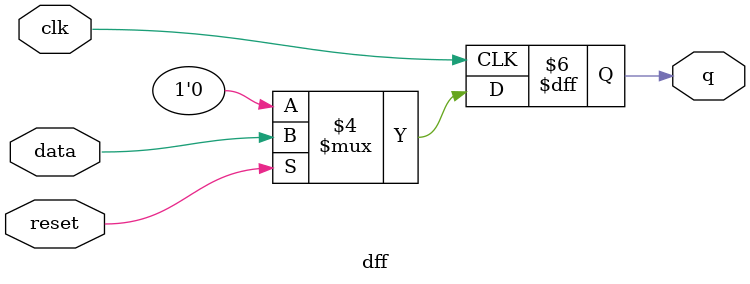
<source format=v>
`timescale 1ns / 1ps
module dff(
data,
clk,
reset,
q
    );

input data, clk, reset;

output q;

reg q;

always @ (posedge clk)
if(~reset) begin
q<=1'b0;
end else begin
q<=data;
end

endmodule
</source>
